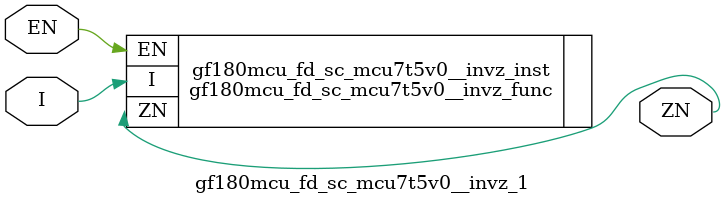
<source format=v>

`ifndef GF180MCU_FD_SC_MCU7T5V0__INVZ_1_V
`define GF180MCU_FD_SC_MCU7T5V0__INVZ_1_V

`include "gf180mcu_fd_sc_mcu7t5v0__invz_func.v"

`ifdef USE_POWER_PINS
module gf180mcu_fd_sc_mcu7t5v0__invz_1( EN, ZN, I, VDD, VSS );
inout VDD, VSS;
`else // If not USE_POWER_PINS
module gf180mcu_fd_sc_mcu7t5v0__invz_1( EN, ZN, I );
`endif // If not USE_POWER_PINS
input EN, I;
output ZN;

`ifdef USE_POWER_PINS
  gf180mcu_fd_sc_mcu7t5v0__invz_func gf180mcu_fd_sc_mcu7t5v0__invz_inst(.EN(EN),.ZN(ZN),.I(I),.VDD(VDD),.VSS(VSS));
`else // If not USE_POWER_PINS
  gf180mcu_fd_sc_mcu7t5v0__invz_func gf180mcu_fd_sc_mcu7t5v0__invz_inst(.EN(EN),.ZN(ZN),.I(I));
`endif // If not USE_POWER_PINS

`ifndef FUNCTIONAL
	// spec_gates_begin


	// spec_gates_end



   specify

	// specify_block_begin

	// comb arc EN --> ZN
	 (EN => ZN) = (1.0,1.0);

	// comb arc I --> ZN
	 (I => ZN) = (1.0,1.0);

	// specify_block_end

   endspecify

   `endif

endmodule
`endif // GF180MCU_FD_SC_MCU7T5V0__INVZ_1_V

</source>
